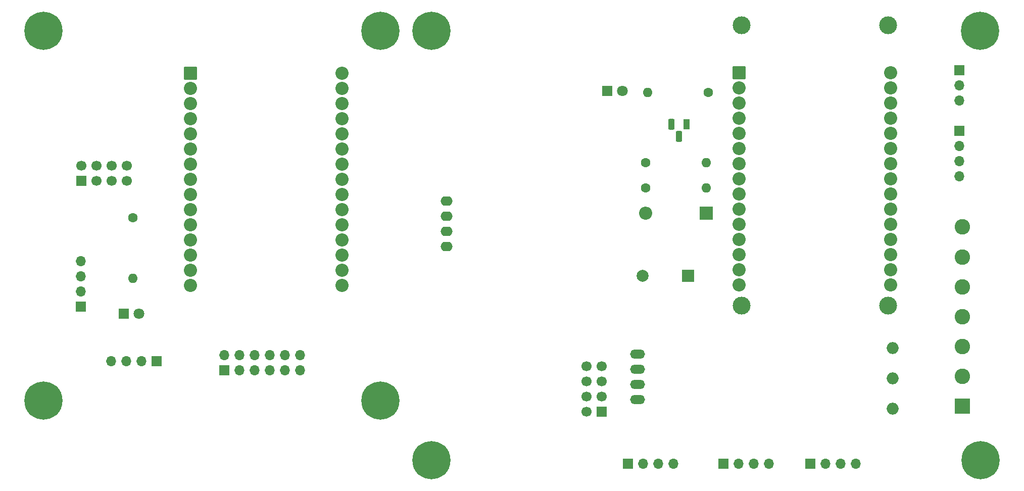
<source format=gbr>
%TF.GenerationSoftware,KiCad,Pcbnew,8.0.3*%
%TF.CreationDate,2024-07-22T10:46:32+07:00*%
%TF.ProjectId,pcb_edspert_v3,7063625f-6564-4737-9065-72745f76332e,rev?*%
%TF.SameCoordinates,Original*%
%TF.FileFunction,Soldermask,Top*%
%TF.FilePolarity,Negative*%
%FSLAX46Y46*%
G04 Gerber Fmt 4.6, Leading zero omitted, Abs format (unit mm)*
G04 Created by KiCad (PCBNEW 8.0.3) date 2024-07-22 10:46:32*
%MOMM*%
%LPD*%
G01*
G04 APERTURE LIST*
G04 Aperture macros list*
%AMRoundRect*
0 Rectangle with rounded corners*
0 $1 Rounding radius*
0 $2 $3 $4 $5 $6 $7 $8 $9 X,Y pos of 4 corners*
0 Add a 4 corners polygon primitive as box body*
4,1,4,$2,$3,$4,$5,$6,$7,$8,$9,$2,$3,0*
0 Add four circle primitives for the rounded corners*
1,1,$1+$1,$2,$3*
1,1,$1+$1,$4,$5*
1,1,$1+$1,$6,$7*
1,1,$1+$1,$8,$9*
0 Add four rect primitives between the rounded corners*
20,1,$1+$1,$2,$3,$4,$5,0*
20,1,$1+$1,$4,$5,$6,$7,0*
20,1,$1+$1,$6,$7,$8,$9,0*
20,1,$1+$1,$8,$9,$2,$3,0*%
G04 Aperture macros list end*
%ADD10R,1.700000X1.700000*%
%ADD11O,1.700000X1.700000*%
%ADD12R,2.000000X2.000000*%
%ADD13C,2.000000*%
%ADD14C,0.800000*%
%ADD15C,6.400000*%
%ADD16C,1.600000*%
%ADD17O,1.600000X1.600000*%
%ADD18R,1.800000X1.800000*%
%ADD19C,1.800000*%
%ADD20C,1.700000*%
%ADD21R,2.200000X2.200000*%
%ADD22O,2.200000X2.200000*%
%ADD23C,3.000000*%
%ADD24RoundRect,0.102000X-1.000000X-1.000000X1.000000X-1.000000X1.000000X1.000000X-1.000000X1.000000X0*%
%ADD25C,2.204000*%
%ADD26O,2.000000X1.600000*%
%ADD27O,2.500000X1.524000*%
%ADD28O,2.000000X2.000000*%
%ADD29R,1.100000X1.800000*%
%ADD30RoundRect,0.275000X0.275000X0.625000X-0.275000X0.625000X-0.275000X-0.625000X0.275000X-0.625000X0*%
%ADD31R,2.600000X2.600000*%
%ADD32C,2.600000*%
G04 APERTURE END LIST*
D10*
%TO.C,J4*%
X176950000Y-125580000D03*
D11*
X179490000Y-125580000D03*
X182030000Y-125580000D03*
X184570000Y-125580000D03*
%TD*%
D12*
%TO.C,BZ1*%
X187030000Y-94080000D03*
D13*
X179430000Y-94080000D03*
%TD*%
D14*
%TO.C,H4*%
X141600000Y-125000000D03*
X142302944Y-123302944D03*
X142302944Y-126697056D03*
X144000000Y-122600000D03*
D15*
X144000000Y-125000000D03*
D14*
X144000000Y-127400000D03*
X145697056Y-123302944D03*
X145697056Y-126697056D03*
X146400000Y-125000000D03*
%TD*%
%TO.C,H1*%
X141600000Y-53000000D03*
X142302944Y-51302944D03*
X142302944Y-54697056D03*
X144000000Y-50600000D03*
D15*
X144000000Y-53000000D03*
D14*
X144000000Y-55400000D03*
X145697056Y-51302944D03*
X145697056Y-54697056D03*
X146400000Y-53000000D03*
%TD*%
D16*
%TO.C,R2*%
X179950000Y-75137750D03*
D17*
X190110000Y-75137750D03*
%TD*%
D10*
%TO.C,Soil_Moisture*%
X232480000Y-69800000D03*
D11*
X232480000Y-72340000D03*
X232480000Y-74880000D03*
X232480000Y-77420000D03*
%TD*%
D18*
%TO.C,D6*%
X92460000Y-100420000D03*
D19*
X95000000Y-100420000D03*
%TD*%
D10*
%TO.C,U4*%
X85375000Y-78209500D03*
D20*
X85375000Y-75669500D03*
X87915000Y-78209500D03*
X87915000Y-75669500D03*
X90455000Y-78209500D03*
X90455000Y-75669500D03*
X92995000Y-78209500D03*
X92995000Y-75669500D03*
%TD*%
D14*
%TO.C,H7*%
X76600000Y-115000000D03*
X77302944Y-113302944D03*
X77302944Y-116697056D03*
X79000000Y-112600000D03*
D15*
X79000000Y-115000000D03*
D14*
X79000000Y-117400000D03*
X80697056Y-113302944D03*
X80697056Y-116697056D03*
X81400000Y-115000000D03*
%TD*%
D21*
%TO.C,D1*%
X190110000Y-83622250D03*
D22*
X179950000Y-83622250D03*
%TD*%
D16*
%TO.C,R4*%
X190440000Y-63330000D03*
D17*
X180280000Y-63330000D03*
%TD*%
D10*
%TO.C,U2*%
X172530000Y-116830000D03*
D20*
X169990000Y-116830000D03*
X172530000Y-114290000D03*
X169990000Y-114290000D03*
X172530000Y-111750000D03*
X169990000Y-111750000D03*
X172530000Y-109210000D03*
X169990000Y-109210000D03*
%TD*%
D23*
%TO.C,U1*%
X196020000Y-52130000D03*
X196020000Y-99080000D03*
X220530000Y-52130000D03*
X220530000Y-99080000D03*
D24*
X195600000Y-60090000D03*
D25*
X195600000Y-62630000D03*
X195600000Y-65170000D03*
X195600000Y-67710000D03*
X195600000Y-70250000D03*
X195600000Y-72790000D03*
X195600000Y-75330000D03*
X195600000Y-77870000D03*
X195600000Y-80410000D03*
X195600000Y-82950000D03*
X195600000Y-85490000D03*
X195600000Y-88030000D03*
X195600000Y-90570000D03*
X195600000Y-93110000D03*
X195600000Y-95650000D03*
X221000000Y-95650000D03*
X221000000Y-93110000D03*
X221000000Y-90570000D03*
X221000000Y-88030000D03*
X221000000Y-85490000D03*
X221000000Y-82950000D03*
X221000000Y-80410000D03*
X221000000Y-77870000D03*
X221000000Y-75330000D03*
X221000000Y-72790000D03*
X221000000Y-70250000D03*
X221000000Y-67710000D03*
X221000000Y-65170000D03*
X221000000Y-62630000D03*
X221000000Y-60090000D03*
%TD*%
D24*
%TO.C,U3*%
X103600000Y-60100000D03*
D25*
X103600000Y-62640000D03*
X103600000Y-65180000D03*
X103600000Y-67720000D03*
X103600000Y-70260000D03*
X103600000Y-72800000D03*
X103600000Y-75340000D03*
X103600000Y-77880000D03*
X103600000Y-80420000D03*
X103600000Y-82960000D03*
X103600000Y-85500000D03*
X103600000Y-88040000D03*
X103600000Y-90580000D03*
X103600000Y-93120000D03*
X103600000Y-95660000D03*
X129000000Y-95660000D03*
X129000000Y-93120000D03*
X129000000Y-90580000D03*
X129000000Y-88040000D03*
X129000000Y-85500000D03*
X129000000Y-82960000D03*
X129000000Y-80420000D03*
X129000000Y-77880000D03*
X129000000Y-75340000D03*
X129000000Y-72800000D03*
X129000000Y-70260000D03*
X129000000Y-67720000D03*
X129000000Y-65180000D03*
X129000000Y-62640000D03*
X129000000Y-60100000D03*
%TD*%
D16*
%TO.C,R8*%
X94000000Y-84340000D03*
D17*
X94000000Y-94500000D03*
%TD*%
D10*
%TO.C,J6*%
X109300000Y-109960000D03*
D11*
X109300000Y-107420000D03*
X111840000Y-109960000D03*
X111840000Y-107420000D03*
X114380000Y-109960000D03*
X114380000Y-107420000D03*
X116920000Y-109960000D03*
X116920000Y-107420000D03*
X119460000Y-109960000D03*
X119460000Y-107420000D03*
X122000000Y-109960000D03*
X122000000Y-107420000D03*
%TD*%
D10*
%TO.C,J7*%
X192960000Y-125580000D03*
D11*
X195500000Y-125580000D03*
X198040000Y-125580000D03*
X200580000Y-125580000D03*
%TD*%
D26*
%TO.C,Brd1*%
X146580000Y-89170000D03*
X146580000Y-86630000D03*
X146580000Y-84090000D03*
X146580000Y-81550000D03*
%TD*%
D27*
%TO.C,rs485_module1*%
X178530000Y-107250000D03*
X178530000Y-109790000D03*
X178530000Y-112330000D03*
X178530000Y-114870000D03*
D28*
X221320000Y-116330000D03*
X221320000Y-111250000D03*
X221320000Y-106170000D03*
%TD*%
D10*
%TO.C,LDR_sensor*%
X232480000Y-59600000D03*
D11*
X232480000Y-62140000D03*
X232480000Y-64680000D03*
%TD*%
D10*
%TO.C,J2*%
X207500000Y-125580000D03*
D11*
X210040000Y-125580000D03*
X212580000Y-125580000D03*
X215120000Y-125580000D03*
%TD*%
D29*
%TO.C,Q1*%
X186800000Y-68680000D03*
D30*
X185530000Y-70750000D03*
X184260000Y-68680000D03*
%TD*%
D10*
%TO.C,J5*%
X98000000Y-108420000D03*
D11*
X95460000Y-108420000D03*
X92920000Y-108420000D03*
X90380000Y-108420000D03*
%TD*%
D14*
%TO.C,H6*%
X76600000Y-53000000D03*
X77302944Y-51302944D03*
X77302944Y-54697056D03*
X79000000Y-50600000D03*
D15*
X79000000Y-53000000D03*
D14*
X79000000Y-55400000D03*
X80697056Y-51302944D03*
X80697056Y-54697056D03*
X81400000Y-53000000D03*
%TD*%
%TO.C,H5*%
X133100000Y-53000000D03*
X133802944Y-51302944D03*
X133802944Y-54697056D03*
X135500000Y-50600000D03*
D15*
X135500000Y-53000000D03*
D14*
X135500000Y-55400000D03*
X137197056Y-51302944D03*
X137197056Y-54697056D03*
X137900000Y-53000000D03*
%TD*%
%TO.C,H2*%
X233600000Y-53000000D03*
X234302944Y-51302944D03*
X234302944Y-54697056D03*
X236000000Y-50600000D03*
D15*
X236000000Y-53000000D03*
D14*
X236000000Y-55400000D03*
X237697056Y-51302944D03*
X237697056Y-54697056D03*
X238400000Y-53000000D03*
%TD*%
%TO.C,H8*%
X133100000Y-115000000D03*
X133802944Y-113302944D03*
X133802944Y-116697056D03*
X135500000Y-112600000D03*
D15*
X135500000Y-115000000D03*
D14*
X135500000Y-117400000D03*
X137197056Y-113302944D03*
X137197056Y-116697056D03*
X137900000Y-115000000D03*
%TD*%
%TO.C,H3*%
X233652944Y-125000000D03*
X234355888Y-123302944D03*
X234355888Y-126697056D03*
X236052944Y-122600000D03*
D15*
X236052944Y-125000000D03*
D14*
X236052944Y-127400000D03*
X237750000Y-123302944D03*
X237750000Y-126697056D03*
X238452944Y-125000000D03*
%TD*%
D16*
%TO.C,R1*%
X179950000Y-79330000D03*
D17*
X190110000Y-79330000D03*
%TD*%
D18*
%TO.C,D3*%
X173460000Y-63080000D03*
D19*
X176000000Y-63080000D03*
%TD*%
D10*
%TO.C,J3*%
X85260000Y-99220000D03*
D11*
X85260000Y-96680000D03*
X85260000Y-94140000D03*
X85260000Y-91600000D03*
%TD*%
D31*
%TO.C,J1*%
X232980000Y-115920000D03*
D32*
X232980000Y-110920000D03*
X232980000Y-105920000D03*
X232980000Y-100920000D03*
X232980000Y-95920000D03*
X232980000Y-90920000D03*
X232980000Y-85920000D03*
%TD*%
M02*

</source>
